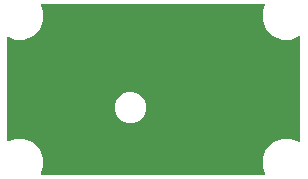
<source format=gbr>
G04 EAGLE Gerber RS-274X export*
G75*
%MOMM*%
%FSLAX34Y34*%
%LPD*%
%INBottom Copper*%
%IPPOS*%
%AMOC8*
5,1,8,0,0,1.08239X$1,22.5*%
G01*
%ADD10C,0.756400*%

G36*
X227705Y10168D02*
X227705Y10168D01*
X227751Y10166D01*
X227826Y10188D01*
X227903Y10200D01*
X227943Y10222D01*
X227988Y10235D01*
X228052Y10279D01*
X228120Y10316D01*
X228152Y10349D01*
X228190Y10375D01*
X228236Y10438D01*
X228290Y10494D01*
X228309Y10536D01*
X228336Y10572D01*
X228361Y10646D01*
X228393Y10717D01*
X228398Y10763D01*
X228413Y10806D01*
X228412Y10884D01*
X228420Y10961D01*
X228411Y11006D01*
X228410Y11052D01*
X228372Y11184D01*
X228368Y11202D01*
X228366Y11206D01*
X228363Y11213D01*
X226219Y16390D01*
X226219Y24410D01*
X229289Y31820D01*
X234960Y37491D01*
X242370Y40561D01*
X250390Y40561D01*
X257267Y37712D01*
X257311Y37702D01*
X257353Y37683D01*
X257430Y37674D01*
X257506Y37656D01*
X257552Y37661D01*
X257597Y37655D01*
X257674Y37672D01*
X257751Y37679D01*
X257793Y37698D01*
X257838Y37708D01*
X257905Y37748D01*
X257976Y37779D01*
X258010Y37810D01*
X258049Y37834D01*
X258100Y37893D01*
X258157Y37946D01*
X258179Y37986D01*
X258209Y38021D01*
X258238Y38093D01*
X258275Y38161D01*
X258284Y38206D01*
X258301Y38249D01*
X258316Y38385D01*
X258319Y38403D01*
X258318Y38408D01*
X258319Y38416D01*
X258319Y126684D01*
X258312Y126730D01*
X258314Y126775D01*
X258292Y126850D01*
X258280Y126927D01*
X258258Y126968D01*
X258245Y127012D01*
X258201Y127076D01*
X258164Y127144D01*
X258131Y127176D01*
X258105Y127214D01*
X258042Y127260D01*
X257986Y127314D01*
X257944Y127333D01*
X257908Y127361D01*
X257834Y127385D01*
X257763Y127417D01*
X257717Y127423D01*
X257674Y127437D01*
X257596Y127436D01*
X257519Y127445D01*
X257474Y127435D01*
X257428Y127434D01*
X257296Y127396D01*
X257278Y127392D01*
X257274Y127390D01*
X257267Y127388D01*
X250390Y124539D01*
X242370Y124539D01*
X234960Y127609D01*
X229289Y133280D01*
X226219Y140690D01*
X226219Y148710D01*
X228322Y153787D01*
X228330Y153822D01*
X228335Y153832D01*
X228336Y153838D01*
X228352Y153873D01*
X228360Y153950D01*
X228378Y154026D01*
X228374Y154072D01*
X228379Y154117D01*
X228362Y154194D01*
X228355Y154271D01*
X228336Y154313D01*
X228327Y154358D01*
X228287Y154425D01*
X228255Y154496D01*
X228224Y154530D01*
X228201Y154569D01*
X228141Y154620D01*
X228089Y154677D01*
X228048Y154699D01*
X228014Y154729D01*
X227941Y154758D01*
X227873Y154795D01*
X227828Y154804D01*
X227785Y154821D01*
X227650Y154836D01*
X227631Y154839D01*
X227626Y154838D01*
X227619Y154839D01*
X39161Y154839D01*
X39116Y154832D01*
X39070Y154834D01*
X38995Y154812D01*
X38919Y154800D01*
X38878Y154778D01*
X38834Y154765D01*
X38770Y154721D01*
X38701Y154684D01*
X38670Y154651D01*
X38632Y154625D01*
X38585Y154562D01*
X38532Y154506D01*
X38512Y154464D01*
X38485Y154428D01*
X38461Y154354D01*
X38428Y154283D01*
X38423Y154237D01*
X38409Y154194D01*
X38410Y154116D01*
X38401Y154039D01*
X38411Y153994D01*
X38411Y153948D01*
X38449Y153816D01*
X38453Y153798D01*
X38456Y153794D01*
X38458Y153787D01*
X40561Y148710D01*
X40561Y140690D01*
X37491Y133280D01*
X31820Y127609D01*
X24410Y124539D01*
X16390Y124539D01*
X11213Y126683D01*
X11169Y126694D01*
X11127Y126713D01*
X11050Y126722D01*
X10974Y126740D01*
X10928Y126735D01*
X10883Y126740D01*
X10806Y126724D01*
X10729Y126717D01*
X10687Y126698D01*
X10642Y126688D01*
X10575Y126648D01*
X10504Y126617D01*
X10470Y126585D01*
X10431Y126562D01*
X10380Y126503D01*
X10323Y126450D01*
X10301Y126410D01*
X10271Y126375D01*
X10242Y126303D01*
X10205Y126235D01*
X10196Y126189D01*
X10179Y126147D01*
X10164Y126011D01*
X10161Y125993D01*
X10162Y125988D01*
X10161Y125980D01*
X10161Y39120D01*
X10168Y39075D01*
X10166Y39029D01*
X10188Y38954D01*
X10200Y38877D01*
X10222Y38837D01*
X10235Y38792D01*
X10279Y38728D01*
X10316Y38660D01*
X10349Y38628D01*
X10375Y38590D01*
X10438Y38544D01*
X10494Y38490D01*
X10536Y38471D01*
X10572Y38444D01*
X10646Y38419D01*
X10717Y38387D01*
X10763Y38382D01*
X10806Y38367D01*
X10884Y38368D01*
X10961Y38360D01*
X11006Y38369D01*
X11052Y38370D01*
X11184Y38408D01*
X11202Y38412D01*
X11206Y38414D01*
X11213Y38417D01*
X16390Y40561D01*
X24410Y40561D01*
X31820Y37491D01*
X37491Y31820D01*
X40561Y24410D01*
X40561Y16390D01*
X38417Y11213D01*
X38406Y11169D01*
X38387Y11127D01*
X38378Y11050D01*
X38360Y10974D01*
X38365Y10928D01*
X38360Y10883D01*
X38376Y10806D01*
X38383Y10729D01*
X38402Y10687D01*
X38412Y10642D01*
X38452Y10575D01*
X38483Y10504D01*
X38515Y10470D01*
X38538Y10431D01*
X38597Y10380D01*
X38650Y10323D01*
X38690Y10301D01*
X38725Y10271D01*
X38797Y10242D01*
X38865Y10205D01*
X38911Y10196D01*
X38953Y10179D01*
X39089Y10164D01*
X39107Y10161D01*
X39112Y10162D01*
X39120Y10161D01*
X227660Y10161D01*
X227705Y10168D01*
G37*
%LPC*%
G36*
X111722Y53879D02*
X111722Y53879D01*
X106885Y55883D01*
X103183Y59585D01*
X101179Y64422D01*
X101179Y69658D01*
X103183Y74495D01*
X106885Y78197D01*
X111722Y80201D01*
X116958Y80201D01*
X121795Y78197D01*
X125497Y74495D01*
X127501Y69658D01*
X127501Y64422D01*
X125497Y59585D01*
X121795Y55883D01*
X116958Y53879D01*
X111722Y53879D01*
G37*
%LPD*%
D10*
X50960Y116840D03*
X50960Y101600D03*
X50960Y86360D03*
X35720Y116840D03*
X35720Y101600D03*
X35720Y86360D03*
X20480Y116840D03*
X20480Y101600D03*
X20480Y86360D03*
X50800Y142240D03*
X66040Y142240D03*
X81280Y142240D03*
X202240Y132240D03*
X187480Y132240D03*
X172720Y132240D03*
X142560Y147000D03*
X157800Y147000D03*
X173040Y147000D03*
X218440Y50800D03*
X233680Y50800D03*
X106680Y40640D03*
X106680Y25400D03*
X121920Y40640D03*
X121920Y25400D03*
X66200Y116840D03*
X66200Y101600D03*
X66200Y86360D03*
X164560Y102760D03*
X171560Y97760D03*
X158560Y84760D03*
X170560Y79760D03*
X157560Y109760D03*
X144560Y98760D03*
X151400Y91440D03*
M02*

</source>
